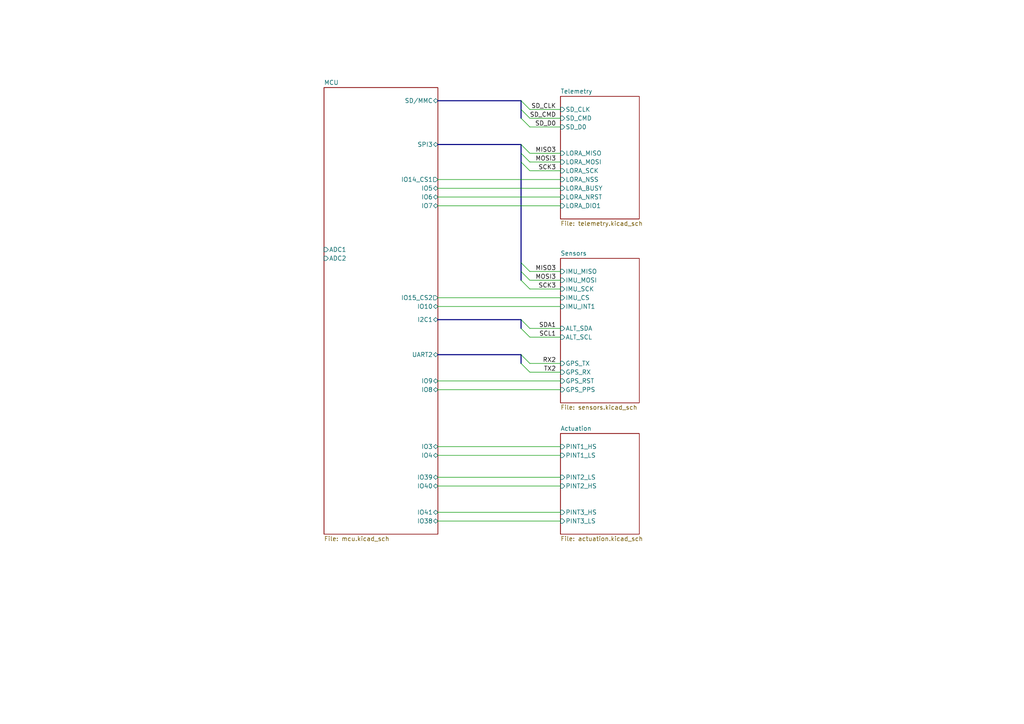
<source format=kicad_sch>
(kicad_sch
	(version 20250114)
	(generator "eeschema")
	(generator_version "9.0")
	(uuid "0e774532-df3b-4713-ac9c-64e52152da2c")
	(paper "A4")
	(lib_symbols)
	(bus_entry
		(at 151.13 29.21)
		(size 2.54 2.54)
		(stroke
			(width 0)
			(type default)
		)
		(uuid "0036e166-3413-4053-a5be-1d15d9f34a4a")
	)
	(bus_entry
		(at 151.13 41.91)
		(size 2.54 2.54)
		(stroke
			(width 0)
			(type default)
		)
		(uuid "0ef8b22a-d061-4551-a012-19daadbb6c40")
	)
	(bus_entry
		(at 151.13 95.25)
		(size 2.54 2.54)
		(stroke
			(width 0)
			(type default)
		)
		(uuid "2a779f6c-f497-4275-b5c6-c6aeef0a7d34")
	)
	(bus_entry
		(at 151.13 44.45)
		(size 2.54 2.54)
		(stroke
			(width 0)
			(type default)
		)
		(uuid "3098e9c0-c7dc-4105-a4e7-a2caa81e87ab")
	)
	(bus_entry
		(at 151.13 105.41)
		(size 2.54 2.54)
		(stroke
			(width 0)
			(type default)
		)
		(uuid "5c84f268-99c9-4d3d-b40f-35835d4ff303")
	)
	(bus_entry
		(at 151.13 81.28)
		(size 2.54 2.54)
		(stroke
			(width 0)
			(type default)
		)
		(uuid "71a68d4b-7d1c-4066-ac51-6c71421f52e3")
	)
	(bus_entry
		(at 151.13 34.29)
		(size 2.54 2.54)
		(stroke
			(width 0)
			(type default)
		)
		(uuid "79532ee0-5c8f-494e-b90f-6467fb9a4586")
	)
	(bus_entry
		(at 151.13 78.74)
		(size 2.54 2.54)
		(stroke
			(width 0)
			(type default)
		)
		(uuid "7cba653f-412a-402e-b24b-8903d85ca54b")
	)
	(bus_entry
		(at 151.13 76.2)
		(size 2.54 2.54)
		(stroke
			(width 0)
			(type default)
		)
		(uuid "7f4a6957-9ee1-45d6-84ce-9c08076a7213")
	)
	(bus_entry
		(at 151.13 92.71)
		(size 2.54 2.54)
		(stroke
			(width 0)
			(type default)
		)
		(uuid "7fe9ac85-d470-4fde-9e7b-a6fe4b3bc627")
	)
	(bus_entry
		(at 151.13 46.99)
		(size 2.54 2.54)
		(stroke
			(width 0)
			(type default)
		)
		(uuid "87695714-10d2-47ed-beb2-417e00bc7f4f")
	)
	(bus_entry
		(at 151.13 102.87)
		(size 2.54 2.54)
		(stroke
			(width 0)
			(type default)
		)
		(uuid "a8aad3ad-7d27-4a19-b778-0893fdb98a52")
	)
	(bus_entry
		(at 151.13 31.75)
		(size 2.54 2.54)
		(stroke
			(width 0)
			(type default)
		)
		(uuid "fff1652c-faef-4f79-93f8-117c5b004f9c")
	)
	(bus
		(pts
			(xy 127 41.91) (xy 151.13 41.91)
		)
		(stroke
			(width 0)
			(type default)
		)
		(uuid "0001091d-1b16-4885-99db-1669057c8c1f")
	)
	(wire
		(pts
			(xy 127 138.43) (xy 162.56 138.43)
		)
		(stroke
			(width 0)
			(type default)
		)
		(uuid "0e6bdcf9-d75a-4042-98ef-50f45565e05b")
	)
	(bus
		(pts
			(xy 151.13 46.99) (xy 151.13 76.2)
		)
		(stroke
			(width 0)
			(type default)
		)
		(uuid "11a836b9-9da3-414e-ae6f-c6c39857aed3")
	)
	(wire
		(pts
			(xy 153.67 105.41) (xy 162.56 105.41)
		)
		(stroke
			(width 0)
			(type default)
		)
		(uuid "1713b4a8-994e-46bf-a095-6e96b0bf8f81")
	)
	(bus
		(pts
			(xy 151.13 76.2) (xy 151.13 78.74)
		)
		(stroke
			(width 0)
			(type default)
		)
		(uuid "1772548d-6957-468a-ae9e-52bd8d1abd60")
	)
	(wire
		(pts
			(xy 153.67 36.83) (xy 162.56 36.83)
		)
		(stroke
			(width 0)
			(type default)
		)
		(uuid "1c68a0db-84e7-48c2-b87c-1d227171a9c5")
	)
	(wire
		(pts
			(xy 127 113.03) (xy 162.56 113.03)
		)
		(stroke
			(width 0)
			(type default)
		)
		(uuid "2b5d7f69-817d-426a-b290-4ad6b7608bfd")
	)
	(bus
		(pts
			(xy 127 29.21) (xy 151.13 29.21)
		)
		(stroke
			(width 0)
			(type default)
		)
		(uuid "2cd469dc-25f7-4495-8c3d-24ceb500a2d0")
	)
	(wire
		(pts
			(xy 153.67 34.29) (xy 162.56 34.29)
		)
		(stroke
			(width 0)
			(type default)
		)
		(uuid "2dbd1e1b-e100-4fc7-ada1-7f5f6d78a07a")
	)
	(bus
		(pts
			(xy 151.13 31.75) (xy 151.13 29.21)
		)
		(stroke
			(width 0)
			(type default)
		)
		(uuid "310da823-a8a5-42f1-bb6e-84f58a43fef0")
	)
	(wire
		(pts
			(xy 153.67 95.25) (xy 162.56 95.25)
		)
		(stroke
			(width 0)
			(type default)
		)
		(uuid "34deead8-571b-41ac-be13-01c0f5afd2f3")
	)
	(wire
		(pts
			(xy 127 110.49) (xy 162.56 110.49)
		)
		(stroke
			(width 0)
			(type default)
		)
		(uuid "360e1618-7baf-4a2f-ab45-80157608d6db")
	)
	(wire
		(pts
			(xy 153.67 81.28) (xy 162.56 81.28)
		)
		(stroke
			(width 0)
			(type default)
		)
		(uuid "3a57ede3-ba50-417a-add9-18e9046e557e")
	)
	(wire
		(pts
			(xy 127 57.15) (xy 162.56 57.15)
		)
		(stroke
			(width 0)
			(type default)
		)
		(uuid "498623f3-ff3d-42fa-9368-ca17a6eb0264")
	)
	(wire
		(pts
			(xy 153.67 49.53) (xy 162.56 49.53)
		)
		(stroke
			(width 0)
			(type default)
		)
		(uuid "50c4001e-12ad-4720-bdcc-95c40a01d2dc")
	)
	(wire
		(pts
			(xy 153.67 83.82) (xy 162.56 83.82)
		)
		(stroke
			(width 0)
			(type default)
		)
		(uuid "5f3c1f92-15e7-4c63-9099-f78e4a75832c")
	)
	(wire
		(pts
			(xy 127 59.69) (xy 162.56 59.69)
		)
		(stroke
			(width 0)
			(type default)
		)
		(uuid "61bae5e4-9eb4-492e-98f5-d7349aaeffc3")
	)
	(wire
		(pts
			(xy 127 132.08) (xy 162.56 132.08)
		)
		(stroke
			(width 0)
			(type default)
		)
		(uuid "68e9e1e9-5ad5-4714-85f9-66d42becf552")
	)
	(wire
		(pts
			(xy 127 86.36) (xy 162.56 86.36)
		)
		(stroke
			(width 0)
			(type default)
		)
		(uuid "6cf4cb3e-ede3-4b7a-a583-c612c6e2b7ae")
	)
	(wire
		(pts
			(xy 127 52.07) (xy 162.56 52.07)
		)
		(stroke
			(width 0)
			(type default)
		)
		(uuid "6e6af846-bf8e-45fd-839c-1f64452e83bc")
	)
	(bus
		(pts
			(xy 151.13 34.29) (xy 151.13 31.75)
		)
		(stroke
			(width 0)
			(type default)
		)
		(uuid "6ec1702f-81f0-475d-996b-4869fdc4b931")
	)
	(bus
		(pts
			(xy 151.13 44.45) (xy 151.13 41.91)
		)
		(stroke
			(width 0)
			(type default)
		)
		(uuid "7f26eb58-46c2-440d-89b1-663ce297e95c")
	)
	(wire
		(pts
			(xy 127 54.61) (xy 162.56 54.61)
		)
		(stroke
			(width 0)
			(type default)
		)
		(uuid "82e0fc63-0f72-4a5f-ad48-699824e45296")
	)
	(bus
		(pts
			(xy 151.13 95.25) (xy 151.13 92.71)
		)
		(stroke
			(width 0)
			(type default)
		)
		(uuid "96d12b34-dcb6-4fc6-a542-47288831f09a")
	)
	(wire
		(pts
			(xy 127 129.54) (xy 162.56 129.54)
		)
		(stroke
			(width 0)
			(type default)
		)
		(uuid "be65a891-3edb-4866-9996-7f1b21ed3782")
	)
	(wire
		(pts
			(xy 153.67 31.75) (xy 162.56 31.75)
		)
		(stroke
			(width 0)
			(type default)
		)
		(uuid "be700a45-8632-4a73-b857-be16430fdbe4")
	)
	(wire
		(pts
			(xy 153.67 46.99) (xy 162.56 46.99)
		)
		(stroke
			(width 0)
			(type default)
		)
		(uuid "c26ec667-ea89-49be-bb6a-79277287b2df")
	)
	(wire
		(pts
			(xy 153.67 44.45) (xy 162.56 44.45)
		)
		(stroke
			(width 0)
			(type default)
		)
		(uuid "c840fe50-de2f-4d57-acde-38150af7a5b7")
	)
	(bus
		(pts
			(xy 151.13 44.45) (xy 151.13 46.99)
		)
		(stroke
			(width 0)
			(type default)
		)
		(uuid "c9d2f2ee-afb4-4810-87b2-b18fddb33ea2")
	)
	(bus
		(pts
			(xy 151.13 78.74) (xy 151.13 81.28)
		)
		(stroke
			(width 0)
			(type default)
		)
		(uuid "cbdf4dbe-5d86-4485-935a-eaacde9ed8a1")
	)
	(bus
		(pts
			(xy 127 102.87) (xy 151.13 102.87)
		)
		(stroke
			(width 0)
			(type default)
		)
		(uuid "d65d7b70-ed31-4e06-ba30-9a22966c7264")
	)
	(wire
		(pts
			(xy 127 88.9) (xy 162.56 88.9)
		)
		(stroke
			(width 0)
			(type default)
		)
		(uuid "df4a29e5-4c04-4f31-8d71-2a083a133625")
	)
	(wire
		(pts
			(xy 127 151.13) (xy 162.56 151.13)
		)
		(stroke
			(width 0)
			(type default)
		)
		(uuid "df55dcd2-09bc-47e9-bc09-a08653578fd7")
	)
	(wire
		(pts
			(xy 153.67 78.74) (xy 162.56 78.74)
		)
		(stroke
			(width 0)
			(type default)
		)
		(uuid "ed143f0a-ecc2-4bdb-a107-3334f892fdb5")
	)
	(wire
		(pts
			(xy 127 148.59) (xy 162.56 148.59)
		)
		(stroke
			(width 0)
			(type default)
		)
		(uuid "ed4ed985-6f21-409d-878f-3b2a5b30b426")
	)
	(bus
		(pts
			(xy 151.13 105.41) (xy 151.13 102.87)
		)
		(stroke
			(width 0)
			(type default)
		)
		(uuid "f13750b3-1c8b-4fdc-835f-6d8845990af3")
	)
	(wire
		(pts
			(xy 153.67 97.79) (xy 162.56 97.79)
		)
		(stroke
			(width 0)
			(type default)
		)
		(uuid "f23f88ba-0bcf-44d8-ad7a-0faea22ae988")
	)
	(wire
		(pts
			(xy 127 140.97) (xy 162.56 140.97)
		)
		(stroke
			(width 0)
			(type default)
		)
		(uuid "f3bd019a-f49e-411c-8cbb-0e03f8137371")
	)
	(wire
		(pts
			(xy 153.67 107.95) (xy 162.56 107.95)
		)
		(stroke
			(width 0)
			(type default)
		)
		(uuid "f8dc87ef-2b75-467f-a122-e8bc676452d5")
	)
	(bus
		(pts
			(xy 127 92.71) (xy 151.13 92.71)
		)
		(stroke
			(width 0)
			(type default)
		)
		(uuid "fbc75219-4f91-4cd4-bf1d-fb24cccdb4f5")
	)
	(label "SD_CMD"
		(at 161.29 34.29 180)
		(effects
			(font
				(size 1.27 1.27)
			)
			(justify right bottom)
		)
		(uuid "03c7afb6-81a6-4799-8b43-3f9a1f443266")
	)
	(label "MISO3"
		(at 161.29 44.45 180)
		(effects
			(font
				(size 1.27 1.27)
			)
			(justify right bottom)
		)
		(uuid "2512568b-4d22-4c47-86eb-ea3fd15710a1")
	)
	(label "SCK3"
		(at 161.29 83.82 180)
		(effects
			(font
				(size 1.27 1.27)
			)
			(justify right bottom)
		)
		(uuid "2fd87bc0-73d8-4ff8-aee5-eebb2ab5ea83")
	)
	(label "MISO3"
		(at 161.29 78.74 180)
		(effects
			(font
				(size 1.27 1.27)
			)
			(justify right bottom)
		)
		(uuid "3820e0ab-7fd9-4693-838f-65b29e1c91bb")
	)
	(label "SD_CLK"
		(at 161.29 31.75 180)
		(effects
			(font
				(size 1.27 1.27)
			)
			(justify right bottom)
		)
		(uuid "42d98b63-cb23-4bc1-8f9f-c42137d40d2c")
	)
	(label "RX2"
		(at 161.29 105.41 180)
		(effects
			(font
				(size 1.27 1.27)
			)
			(justify right bottom)
		)
		(uuid "4a499ea1-7a49-4ffe-8064-607eab0eced6")
	)
	(label "MOSI3"
		(at 161.29 81.28 180)
		(effects
			(font
				(size 1.27 1.27)
			)
			(justify right bottom)
		)
		(uuid "77345075-391f-4c8b-a7c3-45d5dbfb7409")
	)
	(label "MOSI3"
		(at 161.29 46.99 180)
		(effects
			(font
				(size 1.27 1.27)
			)
			(justify right bottom)
		)
		(uuid "9b723822-fb35-424b-9953-e7cfdbfdff7f")
	)
	(label "SCL1"
		(at 161.29 97.79 180)
		(effects
			(font
				(size 1.27 1.27)
			)
			(justify right bottom)
		)
		(uuid "9bc2426f-4a2f-4b01-8d94-21a2912a640f")
	)
	(label "TX2"
		(at 161.29 107.95 180)
		(effects
			(font
				(size 1.27 1.27)
			)
			(justify right bottom)
		)
		(uuid "b76f9ff0-9f4b-4d33-97ba-7e1eeed083e1")
	)
	(label "SCK3"
		(at 161.29 49.53 180)
		(effects
			(font
				(size 1.27 1.27)
			)
			(justify right bottom)
		)
		(uuid "c7597ece-6d3a-421b-a581-b75f28efda76")
	)
	(label "SDA1"
		(at 161.29 95.25 180)
		(effects
			(font
				(size 1.27 1.27)
			)
			(justify right bottom)
		)
		(uuid "d0b3c39f-2160-48f3-bd7e-7fdcecb228c2")
	)
	(label "SD_D0"
		(at 161.29 36.83 180)
		(effects
			(font
				(size 1.27 1.27)
			)
			(justify right bottom)
		)
		(uuid "ef07424e-727c-43b1-9a24-364ebe240215")
	)
	(sheet
		(at 162.56 125.73)
		(size 22.86 29.21)
		(exclude_from_sim no)
		(in_bom yes)
		(on_board yes)
		(dnp no)
		(fields_autoplaced yes)
		(stroke
			(width 0.1524)
			(type solid)
		)
		(fill
			(color 0 0 0 0.0000)
		)
		(uuid "33354a2b-da3e-411d-89ea-c17b65fe6b6d")
		(property "Sheetname" "Actuation"
			(at 162.56 125.0184 0)
			(effects
				(font
					(size 1.27 1.27)
				)
				(justify left bottom)
			)
		)
		(property "Sheetfile" "actuation.kicad_sch"
			(at 162.56 155.5246 0)
			(effects
				(font
					(size 1.27 1.27)
				)
				(justify left top)
			)
		)
		(pin "PINT1_HS" input
			(at 162.56 129.54 180)
			(uuid "7ae4e136-ffd2-4113-84d0-e9406c5244b1")
			(effects
				(font
					(size 1.27 1.27)
				)
				(justify left)
			)
		)
		(pin "PINT1_LS" input
			(at 162.56 132.08 180)
			(uuid "65b6738f-ffc7-40ed-90d1-7f55fcb4bcc0")
			(effects
				(font
					(size 1.27 1.27)
				)
				(justify left)
			)
		)
		(pin "PINT2_LS" input
			(at 162.56 138.43 180)
			(uuid "fbe7911d-5e9e-43bb-91c7-9bd0df813fb3")
			(effects
				(font
					(size 1.27 1.27)
				)
				(justify left)
			)
		)
		(pin "PINT3_LS" input
			(at 162.56 151.13 180)
			(uuid "daaf37b2-e76d-4d7c-8977-d7abc0c397fb")
			(effects
				(font
					(size 1.27 1.27)
				)
				(justify left)
			)
		)
		(pin "PINT3_HS" input
			(at 162.56 148.59 180)
			(uuid "a04b5653-5a9b-4d0f-868e-a5d16a1b0f77")
			(effects
				(font
					(size 1.27 1.27)
				)
				(justify left)
			)
		)
		(pin "PINT2_HS" input
			(at 162.56 140.97 180)
			(uuid "b8409539-95da-49e1-971a-604c9792e0b0")
			(effects
				(font
					(size 1.27 1.27)
				)
				(justify left)
			)
		)
		(instances
			(project "flight_computer_starpi"
				(path "/0e774532-df3b-4713-ac9c-64e52152da2c"
					(page "4")
				)
			)
		)
	)
	(sheet
		(at 93.98 25.4)
		(size 33.02 129.54)
		(exclude_from_sim no)
		(in_bom yes)
		(on_board yes)
		(dnp no)
		(fields_autoplaced yes)
		(stroke
			(width 0.1524)
			(type solid)
		)
		(fill
			(color 0 0 0 0.0000)
		)
		(uuid "360c6508-e1da-4a7b-b1c3-7051c1cb7f4b")
		(property "Sheetname" "MCU"
			(at 93.98 24.6884 0)
			(effects
				(font
					(size 1.27 1.27)
				)
				(justify left bottom)
			)
		)
		(property "Sheetfile" "mcu.kicad_sch"
			(at 93.98 155.5246 0)
			(effects
				(font
					(size 1.27 1.27)
				)
				(justify left top)
			)
		)
		(pin "SD{slash}MMC" bidirectional
			(at 127 29.21 0)
			(uuid "64e6113e-6b60-4835-9521-4f0a9a38de7a")
			(effects
				(font
					(size 1.27 1.27)
				)
				(justify right)
			)
		)
		(pin "ADC2" input
			(at 93.98 74.93 180)
			(uuid "5b996592-6e00-4e7d-9643-e50e177debd9")
			(effects
				(font
					(size 1.27 1.27)
				)
				(justify left)
			)
		)
		(pin "UART2" bidirectional
			(at 127 102.87 0)
			(uuid "1f614e3d-9c42-456d-b9f0-e35cd5976a46")
			(effects
				(font
					(size 1.27 1.27)
				)
				(justify right)
			)
		)
		(pin "IO10" bidirectional
			(at 127 88.9 0)
			(uuid "821a58d9-c2a3-4000-bd03-b94fab2e7849")
			(effects
				(font
					(size 1.27 1.27)
				)
				(justify right)
			)
		)
		(pin "IO14_CS1" output
			(at 127 52.07 0)
			(uuid "8adf964d-9f94-4d50-94cc-45a3acbdbc31")
			(effects
				(font
					(size 1.27 1.27)
				)
				(justify right)
			)
		)
		(pin "IO4" bidirectional
			(at 127 132.08 0)
			(uuid "52645e07-b12e-439e-b6d6-1ee255d50e3f")
			(effects
				(font
					(size 1.27 1.27)
				)
				(justify right)
			)
		)
		(pin "SPI3" bidirectional
			(at 127 41.91 0)
			(uuid "ab5005bf-7118-4f4d-90a3-fc717bce3b89")
			(effects
				(font
					(size 1.27 1.27)
				)
				(justify right)
			)
		)
		(pin "ADC1" input
			(at 93.98 72.39 180)
			(uuid "be8ed70d-aee6-42f4-a3c5-c6e9a519e088")
			(effects
				(font
					(size 1.27 1.27)
				)
				(justify left)
			)
		)
		(pin "I2C1" bidirectional
			(at 127 92.71 0)
			(uuid "138de63f-a2ac-4050-90b7-bc0a09f8e8c3")
			(effects
				(font
					(size 1.27 1.27)
				)
				(justify right)
			)
		)
		(pin "IO15_CS2" output
			(at 127 86.36 0)
			(uuid "e5ca19cc-3eef-4b9c-9701-3a2abd4d6ef2")
			(effects
				(font
					(size 1.27 1.27)
				)
				(justify right)
			)
		)
		(pin "IO6" bidirectional
			(at 127 57.15 0)
			(uuid "34872ce8-22d9-4254-b079-0a7117d48af4")
			(effects
				(font
					(size 1.27 1.27)
				)
				(justify right)
			)
		)
		(pin "IO3" bidirectional
			(at 127 129.54 0)
			(uuid "f017bdab-3066-4424-9adb-6b87acc967a9")
			(effects
				(font
					(size 1.27 1.27)
				)
				(justify right)
			)
		)
		(pin "IO5" bidirectional
			(at 127 54.61 0)
			(uuid "f5cee61e-e4f5-43e3-9402-a6dbec3a739d")
			(effects
				(font
					(size 1.27 1.27)
				)
				(justify right)
			)
		)
		(pin "IO7" bidirectional
			(at 127 59.69 0)
			(uuid "5ccbabd2-fb6a-43ae-8d30-b1c7ff1f6560")
			(effects
				(font
					(size 1.27 1.27)
				)
				(justify right)
			)
		)
		(pin "IO9" bidirectional
			(at 127 110.49 0)
			(uuid "7e581f93-1a8c-463f-b5b0-45514b93d99a")
			(effects
				(font
					(size 1.27 1.27)
				)
				(justify right)
			)
		)
		(pin "IO8" bidirectional
			(at 127 113.03 0)
			(uuid "68bc0ac1-f4ef-4e31-80c5-0da322380a1d")
			(effects
				(font
					(size 1.27 1.27)
				)
				(justify right)
			)
		)
		(pin "IO39" bidirectional
			(at 127 138.43 0)
			(uuid "4756ec44-4d9e-4fc2-aecf-4793bcb2f65d")
			(effects
				(font
					(size 1.27 1.27)
				)
				(justify right)
			)
		)
		(pin "IO40" bidirectional
			(at 127 140.97 0)
			(uuid "09adb01e-3325-4a49-9469-524f7a619b24")
			(effects
				(font
					(size 1.27 1.27)
				)
				(justify right)
			)
		)
		(pin "IO41" bidirectional
			(at 127 148.59 0)
			(uuid "3a1f2e4a-f325-4304-a2de-f86f14fa58e2")
			(effects
				(font
					(size 1.27 1.27)
				)
				(justify right)
			)
		)
		(pin "IO38" bidirectional
			(at 127 151.13 0)
			(uuid "66ecdaa2-b6cb-4f9d-a4b9-001d487504f7")
			(effects
				(font
					(size 1.27 1.27)
				)
				(justify right)
			)
		)
		(instances
			(project "flight_computer_starpi"
				(path "/0e774532-df3b-4713-ac9c-64e52152da2c"
					(page "5")
				)
			)
		)
	)
	(sheet
		(at 162.56 74.93)
		(size 22.86 41.91)
		(exclude_from_sim no)
		(in_bom yes)
		(on_board yes)
		(dnp no)
		(fields_autoplaced yes)
		(stroke
			(width 0.1524)
			(type solid)
		)
		(fill
			(color 0 0 0 0.0000)
		)
		(uuid "501f1855-a611-4edc-a1e0-7cd96e4972df")
		(property "Sheetname" "Sensors"
			(at 162.56 74.2184 0)
			(effects
				(font
					(size 1.27 1.27)
				)
				(justify left bottom)
			)
		)
		(property "Sheetfile" "sensors.kicad_sch"
			(at 162.56 117.4246 0)
			(effects
				(font
					(size 1.27 1.27)
				)
				(justify left top)
			)
		)
		(pin "IMU_INT1" input
			(at 162.56 88.9 180)
			(uuid "2a6b1b8f-1563-4060-8dd0-ee8ed5d210c0")
			(effects
				(font
					(size 1.27 1.27)
				)
				(justify left)
			)
		)
		(pin "IMU_MISO" input
			(at 162.56 78.74 180)
			(uuid "de7d9eb9-d746-4855-a719-7a9cff3b4ac4")
			(effects
				(font
					(size 1.27 1.27)
				)
				(justify left)
			)
		)
		(pin "ALT_SCL" input
			(at 162.56 97.79 180)
			(uuid "372dbc23-910f-4cc1-9770-e19d0e7db2c0")
			(effects
				(font
					(size 1.27 1.27)
				)
				(justify left)
			)
		)
		(pin "IMU_MOSI" input
			(at 162.56 81.28 180)
			(uuid "0a4a3af4-2135-4ef4-994d-48d0706b1250")
			(effects
				(font
					(size 1.27 1.27)
				)
				(justify left)
			)
		)
		(pin "IMU_SCK" input
			(at 162.56 83.82 180)
			(uuid "f7e3e164-6ea8-4caf-9a4b-2482edcf4c05")
			(effects
				(font
					(size 1.27 1.27)
				)
				(justify left)
			)
		)
		(pin "GPS_TX" input
			(at 162.56 105.41 180)
			(uuid "4cac094d-47a9-4687-93b0-1bc32959cf97")
			(effects
				(font
					(size 1.27 1.27)
				)
				(justify left)
			)
		)
		(pin "GPS_RX" input
			(at 162.56 107.95 180)
			(uuid "0c67377f-4072-422e-a0a2-13446175abfe")
			(effects
				(font
					(size 1.27 1.27)
				)
				(justify left)
			)
		)
		(pin "ALT_SDA" input
			(at 162.56 95.25 180)
			(uuid "f7abf45c-0b8e-4612-b227-7b4dcabbb38a")
			(effects
				(font
					(size 1.27 1.27)
				)
				(justify left)
			)
		)
		(pin "GPS_PPS" input
			(at 162.56 113.03 180)
			(uuid "a747fb2d-dda3-4d95-a657-f07bc1657488")
			(effects
				(font
					(size 1.27 1.27)
				)
				(justify left)
			)
		)
		(pin "IMU_CS" input
			(at 162.56 86.36 180)
			(uuid "9cdefcc2-1096-4862-8f4a-796c1a9eedb5")
			(effects
				(font
					(size 1.27 1.27)
				)
				(justify left)
			)
		)
		(pin "GPS_RST" input
			(at 162.56 110.49 180)
			(uuid "60c0aed2-1d27-4b36-872d-753cb3343946")
			(effects
				(font
					(size 1.27 1.27)
				)
				(justify left)
			)
		)
		(instances
			(project "flight_computer_starpi"
				(path "/0e774532-df3b-4713-ac9c-64e52152da2c"
					(page "3")
				)
			)
		)
	)
	(sheet
		(at 162.56 27.94)
		(size 22.86 35.56)
		(exclude_from_sim no)
		(in_bom yes)
		(on_board yes)
		(dnp no)
		(fields_autoplaced yes)
		(stroke
			(width 0.1524)
			(type solid)
		)
		(fill
			(color 0 0 0 0.0000)
		)
		(uuid "6b03ccc0-774a-4a60-8d82-2be0621bee7a")
		(property "Sheetname" "Telemetry"
			(at 162.56 27.2284 0)
			(effects
				(font
					(size 1.27 1.27)
				)
				(justify left bottom)
			)
		)
		(property "Sheetfile" "telemetry.kicad_sch"
			(at 162.56 64.0846 0)
			(effects
				(font
					(size 1.27 1.27)
				)
				(justify left top)
			)
		)
		(pin "LORA_SCK" input
			(at 162.56 49.53 180)
			(uuid "3bd700b6-5184-4404-9501-614afd4a21fd")
			(effects
				(font
					(size 1.27 1.27)
				)
				(justify left)
			)
		)
		(pin "LORA_MISO" input
			(at 162.56 44.45 180)
			(uuid "aa675082-c224-4fa9-9548-cb6a19755d18")
			(effects
				(font
					(size 1.27 1.27)
				)
				(justify left)
			)
		)
		(pin "LORA_BUSY" input
			(at 162.56 54.61 180)
			(uuid "99bc9eb1-f31a-426b-83e4-2e5f0fe85416")
			(effects
				(font
					(size 1.27 1.27)
				)
				(justify left)
			)
		)
		(pin "SD_CMD" input
			(at 162.56 34.29 180)
			(uuid "ed00eac0-8d0f-411f-9d02-eff301c2fe38")
			(effects
				(font
					(size 1.27 1.27)
				)
				(justify left)
			)
		)
		(pin "LORA_NSS" input
			(at 162.56 52.07 180)
			(uuid "ad571df0-ac9d-4422-bb43-1d69176b1c3d")
			(effects
				(font
					(size 1.27 1.27)
				)
				(justify left)
			)
		)
		(pin "LORA_DIO1" input
			(at 162.56 59.69 180)
			(uuid "30162335-e10c-41ef-b2b3-d067929dbdec")
			(effects
				(font
					(size 1.27 1.27)
				)
				(justify left)
			)
		)
		(pin "SD_D0" input
			(at 162.56 36.83 180)
			(uuid "440b2f08-f729-455a-a6bf-5c79b1cf75e1")
			(effects
				(font
					(size 1.27 1.27)
				)
				(justify left)
			)
		)
		(pin "SD_CLK" input
			(at 162.56 31.75 180)
			(uuid "08c939c5-df2b-4fdc-93f4-291ae2853709")
			(effects
				(font
					(size 1.27 1.27)
				)
				(justify left)
			)
		)
		(pin "LORA_NRST" input
			(at 162.56 57.15 180)
			(uuid "ee223db3-2293-4474-b5f5-be786cceb427")
			(effects
				(font
					(size 1.27 1.27)
				)
				(justify left)
			)
		)
		(pin "LORA_MOSI" input
			(at 162.56 46.99 180)
			(uuid "33120809-162c-4cc6-b41d-7930533f83b9")
			(effects
				(font
					(size 1.27 1.27)
				)
				(justify left)
			)
		)
		(instances
			(project "flight_computer_starpi"
				(path "/0e774532-df3b-4713-ac9c-64e52152da2c"
					(page "2")
				)
			)
		)
	)
	(sheet_instances
		(path "/"
			(page "1")
		)
	)
	(embedded_fonts no)
)

</source>
